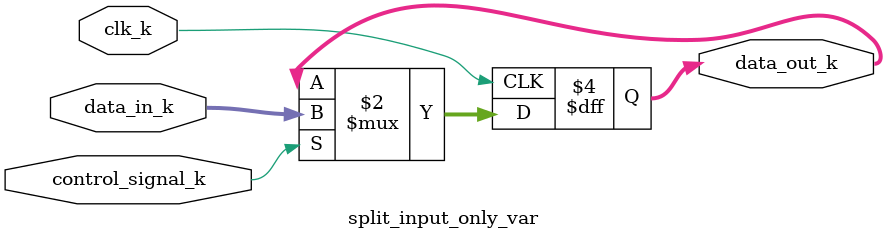
<source format=sv>
module split_input_only_var (
    input logic [7:0] data_in_k,
    output logic [7:0] data_out_k,
    input logic clk_k,
    input logic control_signal_k
);
    always @(posedge clk_k) begin
       if (control_signal_k) begin
          data_out_k <= data_in_k;
       end
    end
endmodule


</source>
